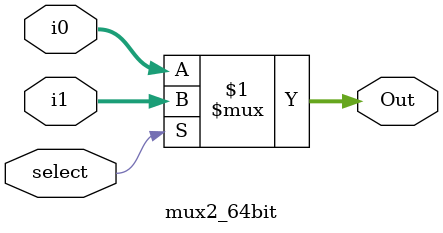
<source format=v>
module mux2_64bit (i0,i1,select,Out);

    input [63:0] i0,i1;
    input select;
    output [63:0] Out; 

    assign Out = select ? i1 : i0;

endmodule 

</source>
